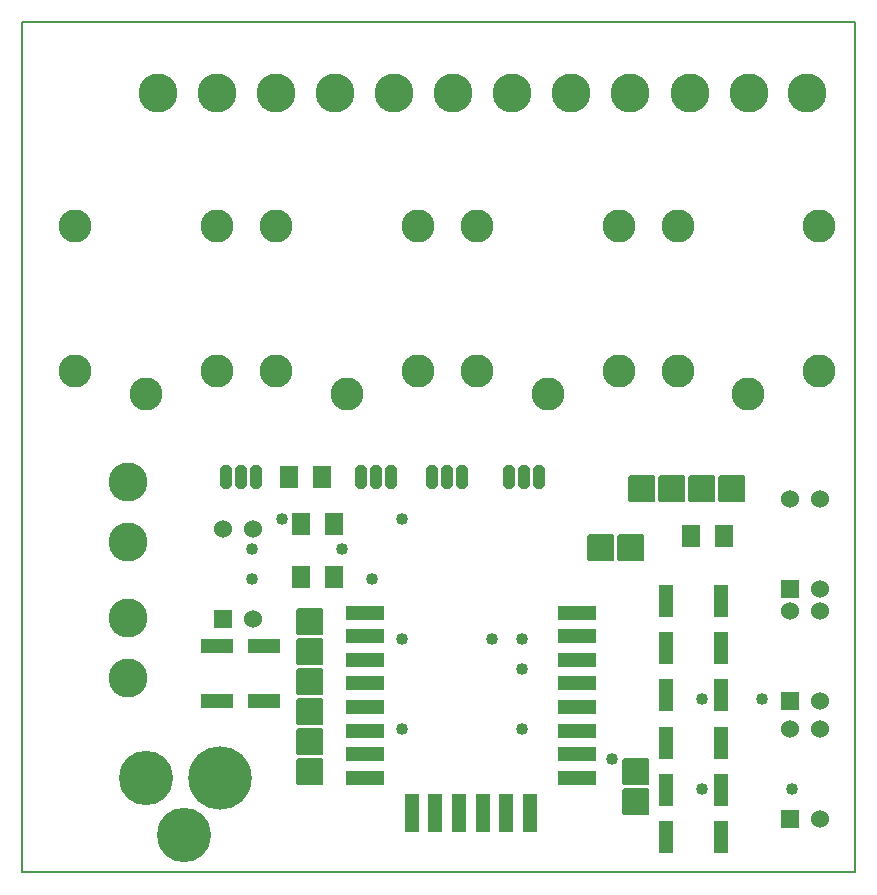
<source format=gbr>
G04 PROTEUS GERBER X2 FILE*
%TF.GenerationSoftware,Labcenter,Proteus,8.13-SP0-Build31525*%
%TF.CreationDate,2022-07-11T20:54:32+00:00*%
%TF.FileFunction,Soldermask,Top*%
%TF.FilePolarity,Negative*%
%TF.Part,Single*%
%TF.SameCoordinates,{67e9d6b1-9973-4f3b-b57f-a68231676cbc}*%
%FSLAX45Y45*%
%MOMM*%
G01*
%TA.AperFunction,Material*%
%ADD72C,1.016000*%
%TA.AperFunction,Material*%
%ADD73C,3.302000*%
%AMPPAD024*
4,1,36,
-1.500000,0.627000,
1.500000,0.627000,
1.525970,0.624470,
1.549980,0.617200,
1.571580,0.605650,
1.590290,0.590290,
1.605650,0.571570,
1.617200,0.549980,
1.624470,0.525970,
1.627000,0.500000,
1.627000,-0.500000,
1.624470,-0.525970,
1.617200,-0.549980,
1.605650,-0.571570,
1.590290,-0.590290,
1.571580,-0.605650,
1.549980,-0.617200,
1.525970,-0.624470,
1.500000,-0.627000,
-1.500000,-0.627000,
-1.525970,-0.624470,
-1.549980,-0.617200,
-1.571580,-0.605650,
-1.590290,-0.590290,
-1.605650,-0.571570,
-1.617200,-0.549980,
-1.624470,-0.525970,
-1.627000,-0.500000,
-1.627000,0.500000,
-1.624470,0.525970,
-1.617200,0.549980,
-1.605650,0.571570,
-1.590290,0.590290,
-1.571580,0.605650,
-1.549980,0.617200,
-1.525970,0.624470,
-1.500000,0.627000,
0*%
%TA.AperFunction,Material*%
%ADD30PPAD024*%
%AMPPAD025*
4,1,36,
-0.500000,1.627000,
0.500000,1.627000,
0.525970,1.624470,
0.549980,1.617200,
0.571580,1.605650,
0.590290,1.590290,
0.605650,1.571570,
0.617200,1.549980,
0.624470,1.525970,
0.627000,1.500000,
0.627000,-1.500000,
0.624470,-1.525970,
0.617200,-1.549980,
0.605650,-1.571570,
0.590290,-1.590290,
0.571580,-1.605650,
0.549980,-1.617200,
0.525970,-1.624470,
0.500000,-1.627000,
-0.500000,-1.627000,
-0.525970,-1.624470,
-0.549980,-1.617200,
-0.571580,-1.605650,
-0.590290,-1.590290,
-0.605650,-1.571570,
-0.617200,-1.549980,
-0.624470,-1.525970,
-0.627000,-1.500000,
-0.627000,1.500000,
-0.624470,1.525970,
-0.617200,1.549980,
-0.605650,1.571570,
-0.590290,1.590290,
-0.571580,1.605650,
-0.549980,1.617200,
-0.525970,1.624470,
-0.500000,1.627000,
0*%
%ADD31PPAD025*%
%AMPPAD026*
4,1,4,
-1.346200,-0.596900,
-1.346200,0.596900,
1.346200,0.596900,
1.346200,-0.596900,
-1.346200,-0.596900,
0*%
%TA.AperFunction,Material*%
%ADD32PPAD026*%
%AMPPAD027*
4,1,4,
-0.596900,1.346200,
0.596900,1.346200,
0.596900,-1.346200,
-0.596900,-1.346200,
-0.596900,1.346200,
0*%
%ADD33PPAD027*%
%AMPPAD028*
4,1,36,
-0.635000,0.762000,
0.635000,0.762000,
0.660970,0.759470,
0.684980,0.752200,
0.706580,0.740650,
0.725290,0.725290,
0.740650,0.706570,
0.752200,0.684980,
0.759470,0.660970,
0.762000,0.635000,
0.762000,-0.635000,
0.759470,-0.660970,
0.752200,-0.684980,
0.740650,-0.706570,
0.725290,-0.725290,
0.706580,-0.740650,
0.684980,-0.752200,
0.660970,-0.759470,
0.635000,-0.762000,
-0.635000,-0.762000,
-0.660970,-0.759470,
-0.684980,-0.752200,
-0.706580,-0.740650,
-0.725290,-0.725290,
-0.740650,-0.706570,
-0.752200,-0.684980,
-0.759470,-0.660970,
-0.762000,-0.635000,
-0.762000,0.635000,
-0.759470,0.660970,
-0.752200,0.684980,
-0.740650,0.706570,
-0.725290,0.725290,
-0.706580,0.740650,
-0.684980,0.752200,
-0.660970,0.759470,
-0.635000,0.762000,
0*%
%TA.AperFunction,Material*%
%ADD34PPAD028*%
%ADD35C,1.524000*%
%TA.AperFunction,Material*%
%ADD36C,2.794000*%
%AMPPAD031*
4,1,36,
-1.016000,1.143000,
1.016000,1.143000,
1.041970,1.140470,
1.065980,1.133200,
1.087580,1.121650,
1.106290,1.106290,
1.121650,1.087570,
1.133200,1.065980,
1.140470,1.041970,
1.143000,1.016000,
1.143000,-1.016000,
1.140470,-1.041970,
1.133200,-1.065980,
1.121650,-1.087570,
1.106290,-1.106290,
1.087580,-1.121650,
1.065980,-1.133200,
1.041970,-1.140470,
1.016000,-1.143000,
-1.016000,-1.143000,
-1.041970,-1.140470,
-1.065980,-1.133200,
-1.087580,-1.121650,
-1.106290,-1.106290,
-1.121650,-1.087570,
-1.133200,-1.065980,
-1.140470,-1.041970,
-1.143000,-1.016000,
-1.143000,1.016000,
-1.140470,1.041970,
-1.133200,1.065980,
-1.121650,1.087570,
-1.106290,1.106290,
-1.087580,1.121650,
-1.065980,1.133200,
-1.041970,1.140470,
-1.016000,1.143000,
0*%
%TA.AperFunction,Material*%
%ADD37PPAD031*%
%TA.AperFunction,Material*%
%ADD38C,4.600000*%
%ADD39C,5.360000*%
%AMPPAD034*
4,1,34,
0.000010,1.040000,
0.106330,1.029650,
0.204650,0.999880,
0.293070,0.952590,
0.369690,0.889690,
0.432590,0.813070,
0.479880,0.724650,
0.509650,0.626330,
0.520000,0.520010,
0.520000,-0.520010,
0.509650,-0.626330,
0.479880,-0.724650,
0.432590,-0.813070,
0.369690,-0.889690,
0.293070,-0.952590,
0.204650,-0.999880,
0.106330,-1.029650,
-0.000010,-1.040000,
-0.106330,-1.029650,
-0.204650,-0.999880,
-0.293070,-0.952590,
-0.369690,-0.889690,
-0.432590,-0.813070,
-0.479880,-0.724650,
-0.509650,-0.626330,
-0.520000,-0.520010,
-0.520000,0.520010,
-0.509650,0.626330,
-0.479880,0.724650,
-0.432590,0.813070,
-0.369690,0.889690,
-0.293070,0.952590,
-0.204650,0.999880,
-0.106330,1.029650,
0.000010,1.040000,
0*%
%ADD40PPAD034*%
%AMPPAD035*
4,1,4,
-0.800000,0.900000,
0.800000,0.900000,
0.800000,-0.900000,
-0.800000,-0.900000,
-0.800000,0.900000,
0*%
%TA.AperFunction,Material*%
%ADD41PPAD035*%
%AMPPAD036*
4,1,36,
-1.143000,-1.016000,
-1.143000,1.016000,
-1.140470,1.041970,
-1.133200,1.065980,
-1.121650,1.087580,
-1.106290,1.106290,
-1.087570,1.121650,
-1.065980,1.133200,
-1.041970,1.140470,
-1.016000,1.143000,
1.016000,1.143000,
1.041970,1.140470,
1.065980,1.133200,
1.087570,1.121650,
1.106290,1.106290,
1.121650,1.087580,
1.133200,1.065980,
1.140470,1.041970,
1.143000,1.016000,
1.143000,-1.016000,
1.140470,-1.041970,
1.133200,-1.065980,
1.121650,-1.087580,
1.106290,-1.106290,
1.087570,-1.121650,
1.065980,-1.133200,
1.041970,-1.140470,
1.016000,-1.143000,
-1.016000,-1.143000,
-1.041970,-1.140470,
-1.065980,-1.133200,
-1.087570,-1.121650,
-1.106290,-1.106290,
-1.121650,-1.087580,
-1.133200,-1.065980,
-1.140470,-1.041970,
-1.143000,-1.016000,
0*%
%TA.AperFunction,Material*%
%ADD42PPAD036*%
%TA.AperFunction,Profile*%
%ADD24C,0.203200*%
%TD.AperFunction*%
D72*
X+2202000Y+2996000D03*
X+3218000Y+1218000D03*
X+3218000Y+1980000D03*
X+1948000Y+2742000D03*
X+1948000Y+2488000D03*
X+4234000Y+1218000D03*
X+2710000Y+2742000D03*
X+5758000Y+710000D03*
X+3218000Y+2996000D03*
X+5758000Y+1472000D03*
X+4996000Y+964000D03*
X+6266000Y+1472000D03*
X+6520000Y+710000D03*
X+4234000Y+1726000D03*
X+4234000Y+1980000D03*
X+3980000Y+1980000D03*
X+2964000Y+2488000D03*
D73*
X+1150000Y+6600000D03*
X+1650380Y+6600000D03*
X+2150760Y+6600000D03*
X+2651140Y+6600000D03*
X+3148980Y+6600000D03*
X+3649360Y+6600000D03*
X+4149740Y+6600000D03*
X+4650120Y+6600000D03*
X+5150500Y+6600000D03*
X+5650880Y+6600000D03*
X+6151260Y+6600000D03*
X+6649100Y+6600000D03*
D30*
X+2900000Y+2200000D03*
X+2900000Y+2000000D03*
X+2900000Y+1800000D03*
X+2900000Y+1600000D03*
X+2900000Y+1400000D03*
X+2900000Y+1200000D03*
X+2900000Y+1000000D03*
X+2900000Y+800000D03*
D31*
X+3300000Y+500000D03*
X+3500000Y+500000D03*
X+3700000Y+500000D03*
X+3900000Y+500000D03*
X+4100000Y+500000D03*
X+4300000Y+500000D03*
D30*
X+4700000Y+800000D03*
X+4700000Y+1000000D03*
X+4700000Y+1200000D03*
X+4700000Y+1400000D03*
X+4700000Y+1600000D03*
X+4700000Y+1800000D03*
X+4700000Y+2000000D03*
X+4700000Y+2200000D03*
D32*
X+1650000Y+1450000D03*
X+1650000Y+1920000D03*
D33*
X+5450000Y+2300000D03*
X+5920000Y+2300000D03*
X+5450000Y+1900000D03*
X+5920000Y+1900000D03*
X+5450000Y+1500000D03*
X+5920000Y+1500000D03*
D34*
X+1700000Y+2150000D03*
D35*
X+1954000Y+2150000D03*
X+1954000Y+2912000D03*
X+1700000Y+2912000D03*
D34*
X+6500000Y+2400000D03*
D35*
X+6754000Y+2400000D03*
X+6754000Y+3162000D03*
X+6500000Y+3162000D03*
D34*
X+6500000Y+1450000D03*
D35*
X+6754000Y+1450000D03*
X+6754000Y+2212000D03*
X+6500000Y+2212000D03*
D34*
X+6500000Y+450000D03*
D35*
X+6754000Y+450000D03*
X+6754000Y+1212000D03*
X+6500000Y+1212000D03*
D73*
X+900000Y+2800000D03*
X+900000Y+3308000D03*
X+900000Y+1650000D03*
X+900000Y+2158000D03*
D36*
X+2150000Y+4250000D03*
X+3350000Y+4250000D03*
X+2750000Y+4050000D03*
X+2150000Y+5470000D03*
X+3350000Y+5470000D03*
X+450000Y+4250000D03*
X+1650000Y+4250000D03*
X+1050000Y+4050000D03*
X+450000Y+5470000D03*
X+1650000Y+5470000D03*
X+3850000Y+4250000D03*
X+5050000Y+4250000D03*
X+4450000Y+4050000D03*
X+3850000Y+5470000D03*
X+5050000Y+5470000D03*
X+5550000Y+4250000D03*
X+6750000Y+4250000D03*
X+6150000Y+4050000D03*
X+5550000Y+5470000D03*
X+6750000Y+5470000D03*
D37*
X+5250000Y+3250000D03*
X+5504000Y+3250000D03*
X+5758000Y+3250000D03*
X+6012000Y+3250000D03*
D38*
X+1375000Y+320000D03*
X+1050000Y+800000D03*
D39*
X+1675000Y+800000D03*
D37*
X+4900000Y+2750000D03*
X+5154000Y+2750000D03*
D40*
X+1723000Y+3350000D03*
X+1850000Y+3350000D03*
X+1977000Y+3350000D03*
X+4123000Y+3350000D03*
X+4250000Y+3350000D03*
X+4377000Y+3350000D03*
X+3473000Y+3350000D03*
X+3600000Y+3350000D03*
X+3727000Y+3350000D03*
X+2873000Y+3350000D03*
X+3000000Y+3350000D03*
X+3127000Y+3350000D03*
D32*
X+2050000Y+1450000D03*
X+2050000Y+1920000D03*
D33*
X+5450000Y+1100000D03*
X+5920000Y+1100000D03*
X+5450000Y+700000D03*
X+5920000Y+700000D03*
X+5450000Y+300000D03*
X+5920000Y+300000D03*
D41*
X+2260000Y+3350000D03*
X+2540000Y+3350000D03*
X+2360000Y+2950000D03*
X+2640000Y+2950000D03*
X+2360000Y+2500000D03*
X+2640000Y+2500000D03*
X+5660000Y+2850000D03*
X+5940000Y+2850000D03*
D42*
X+2439699Y+850000D03*
X+2439699Y+1104000D03*
X+2439699Y+1358000D03*
X+2439699Y+1612000D03*
X+2439699Y+1866000D03*
X+2439699Y+2120000D03*
X+5200000Y+600000D03*
X+5200000Y+854000D03*
D24*
X+0Y+0D02*
X+7050000Y+0D01*
X+7050000Y+7200000D01*
X+0Y+7200000D01*
X+0Y+0D01*
M02*

</source>
